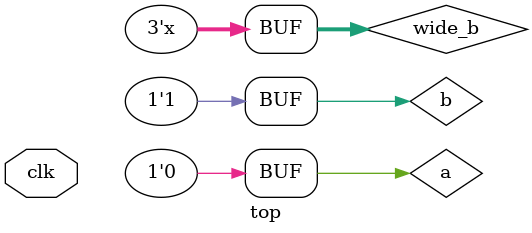
<source format=sv>

module top(input logic clk);
  logic [7:0] counter = 0;
  logic a = 0;
  logic b = 1;
  logic c;
  logic [2:0] wide_b = 'x;

  always @(posedge clk) begin
    if (counter == 0) begin
      assert property ($fell(a));
      assert property ($rose(b));
      assert property ($stable(c));
      assert property ($stable(wide_b));
      counter <= 1;
    end
  end
endmodule

// CHECK: BMC_RESULT=UNSAT

</source>
